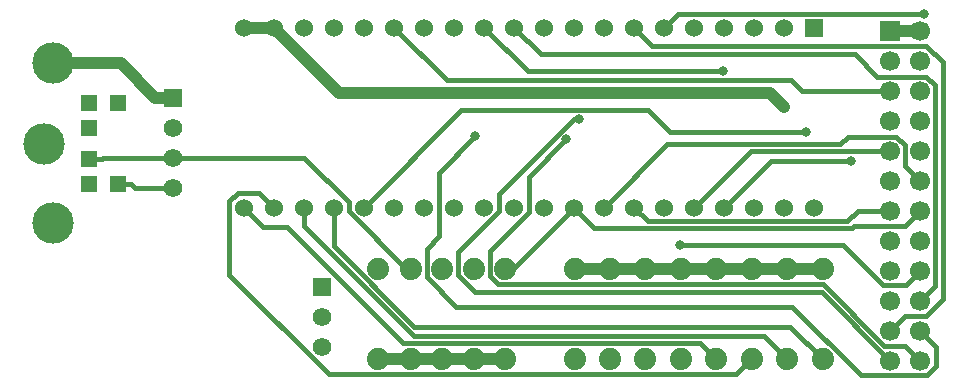
<source format=gtl>
G04 Layer: TopLayer*
G04 EasyEDA v6.5.5, 2022-07-08 19:06:44*
G04 04dbce6b86ab4aa5bbd08ae1767c2fe9,0a780afeddf54f0185a1b1f5ac8a31da,10*
G04 Gerber Generator version 0.2*
G04 Scale: 100 percent, Rotated: No, Reflected: No *
G04 Dimensions in millimeters *
G04 leading zeros omitted , absolute positions ,4 integer and 5 decimal *
%FSLAX45Y45*%
%MOMM*%

%ADD11C,0.4000*%
%ADD12C,1.0000*%
%ADD13C,0.8000*%
%ADD14C,3.5001*%
%ADD15R,1.4224X1.4224*%
%ADD16R,1.7000X1.7000*%
%ADD17C,1.7000*%
%ADD18C,1.5748*%
%ADD19R,1.5748X1.5748*%
%ADD20C,1.8796*%
%ADD21C,1.5240*%
%ADD22R,1.5240X1.5240*%

%LPD*%
D11*
X2915996Y-1699996D02*
G01*
X3740937Y-875055D01*
X5324957Y-875055D01*
X5507583Y-1057681D01*
X6662750Y-1057681D01*
X4693996Y-1699996D02*
G01*
X4174997Y-2218994D01*
X4114800Y-2218994D01*
X4693996Y-1699996D02*
G01*
X4866817Y-1872818D01*
X7049820Y-1872818D01*
X7068438Y-1854200D01*
X7499984Y-1854200D01*
X7626984Y-1727200D01*
X3857548Y-1098499D02*
G01*
X3550996Y-1405051D01*
X3550996Y-1945233D01*
X3448050Y-2048179D01*
X3448050Y-2291816D01*
X3698468Y-2542235D01*
X6543878Y-2542235D01*
X7123125Y-3121482D01*
X7680045Y-3121482D01*
X7760817Y-3040710D01*
X7760817Y-2877032D01*
X7626984Y-2743200D01*
X2407996Y-1699996D02*
G01*
X2407996Y-1853692D01*
X3342284Y-2787980D01*
X6306972Y-2787980D01*
X6499986Y-2980994D01*
X3314700Y-2218994D02*
G01*
X3276015Y-2218994D01*
X2788996Y-1731975D01*
X2788996Y-1657299D01*
X2408809Y-1277112D01*
X1299971Y-1277112D01*
X1299971Y-1277112D02*
G01*
X708583Y-1277112D01*
X697915Y-1287779D01*
X586739Y-1287779D02*
G01*
X697915Y-1287779D01*
X5709996Y-1699996D02*
G01*
X6190792Y-1219200D01*
X7372984Y-1219200D01*
X1299971Y-1531112D02*
G01*
X974267Y-1531112D01*
X941755Y-1498600D01*
X830579Y-1498600D02*
G01*
X941755Y-1498600D01*
D12*
X3035300Y-2980994D02*
G01*
X3314700Y-2980994D01*
X3848100Y-2980994D02*
G01*
X4114800Y-2980994D01*
X6799986Y-2218994D02*
G01*
X6499986Y-2218994D01*
X5899988Y-2218994D02*
G01*
X5599988Y-2218994D01*
X5599988Y-2218994D02*
G01*
X5299989Y-2218994D01*
X4699990Y-2218994D02*
G01*
X4999990Y-2218994D01*
X4999990Y-2218994D02*
G01*
X5299989Y-2218994D01*
X5899988Y-2218994D02*
G01*
X6199987Y-2218994D01*
X6199987Y-2218994D02*
G01*
X6499986Y-2218994D01*
X3314700Y-2980994D02*
G01*
X3581400Y-2980994D01*
X3581400Y-2980994D02*
G01*
X3848100Y-2980994D01*
D11*
X5201996Y-1699996D02*
G01*
X5318480Y-1816480D01*
X7008850Y-1816480D01*
X7098131Y-1727200D01*
X7372984Y-1727200D01*
X4947996Y-1699996D02*
G01*
X5483961Y-1164031D01*
X6951370Y-1164031D01*
X7016368Y-1099032D01*
X7425054Y-1099032D01*
X7499984Y-1173962D01*
X7499984Y-1346200D01*
X7626984Y-1473200D01*
X2153996Y-1699996D02*
G01*
X2030577Y-1576578D01*
X1847214Y-1576578D01*
X1776907Y-1646885D01*
X1776907Y-2271903D01*
X2617977Y-3112973D01*
X6068009Y-3112973D01*
X6199987Y-2980994D01*
X5201996Y-175996D02*
G01*
X5356097Y-330098D01*
X7678674Y-330098D01*
X7820583Y-472008D01*
X7820583Y-2471445D01*
X7675956Y-2616072D01*
X7500111Y-2616072D01*
X7372984Y-2743200D01*
X6799986Y-2980994D02*
G01*
X6526936Y-2707944D01*
X3340252Y-2707944D01*
X2661996Y-2029688D01*
X2661996Y-1699996D01*
X1899996Y-1699996D02*
G01*
X2063191Y-1863191D01*
X2265349Y-1863191D01*
X3245307Y-2843148D01*
X5762142Y-2843148D01*
X5899988Y-2980994D01*
D12*
X7626984Y-203200D02*
G01*
X7372984Y-203200D01*
X1151153Y-769112D02*
G01*
X859561Y-477520D01*
X287020Y-477520D01*
X1299971Y-769112D02*
G01*
X1151153Y-769112D01*
X2153996Y-175996D02*
G01*
X1899996Y-175996D01*
X2153996Y-175996D02*
G01*
X2709341Y-731342D01*
X6350812Y-731342D01*
X6471996Y-852525D01*
D11*
X4738725Y-953211D02*
G01*
X4692040Y-953211D01*
X4058996Y-1586255D01*
X4058996Y-1730857D01*
X3714750Y-2075103D01*
X3714750Y-2274112D01*
X3856151Y-2415514D01*
X6791299Y-2415514D01*
X7372984Y-2997200D01*
X5963996Y-1699996D02*
G01*
X6362115Y-1301877D01*
X7043165Y-1301877D01*
X4185996Y-175996D02*
G01*
X4413808Y-403809D01*
X7075703Y-403809D01*
X7262952Y-591057D01*
X7676743Y-591057D01*
X7752105Y-666419D01*
X7752105Y-2364079D01*
X7626984Y-2489200D01*
X4629531Y-1121994D02*
G01*
X4312996Y-1438529D01*
X4312996Y-1734159D01*
X3981450Y-2065705D01*
X3981450Y-2277541D01*
X4052061Y-2348153D01*
X6801942Y-2348153D01*
X7323988Y-2870200D01*
X7499984Y-2870200D01*
X7626984Y-2997200D01*
X5455996Y-175996D02*
G01*
X5571718Y-60274D01*
X7661020Y-60274D01*
X3169996Y-175996D02*
G01*
X3616731Y-622731D01*
X6533692Y-622731D01*
X6622161Y-711200D01*
X7372984Y-711200D01*
X5595035Y-2020417D02*
G01*
X6972985Y-2020417D01*
X7307935Y-2355367D01*
X7506817Y-2355367D01*
X7626984Y-2235200D01*
X3931996Y-175996D02*
G01*
X4301693Y-545693D01*
X5960719Y-545693D01*
D14*
G01*
X287020Y-477520D03*
G01*
X287020Y-1833879D03*
G01*
X205739Y-1158239D03*
D15*
G01*
X586739Y-1028700D03*
G01*
X586739Y-1287779D03*
G01*
X586739Y-1498600D03*
G01*
X586739Y-817879D03*
G01*
X835660Y-817879D03*
G01*
X830579Y-1498600D03*
D16*
G01*
X7372984Y-203200D03*
D17*
G01*
X7626984Y-203200D03*
G01*
X7372984Y-457200D03*
G01*
X7626984Y-457200D03*
G01*
X7372984Y-711200D03*
G01*
X7626984Y-711200D03*
G01*
X7372984Y-965200D03*
G01*
X7626984Y-965200D03*
G01*
X7372984Y-1219200D03*
G01*
X7626984Y-1219200D03*
G01*
X7372984Y-1473200D03*
G01*
X7626984Y-1473200D03*
G01*
X7372984Y-1727200D03*
G01*
X7626984Y-1727200D03*
G01*
X7372984Y-1981200D03*
G01*
X7626984Y-1981200D03*
G01*
X7372984Y-2235200D03*
G01*
X7626984Y-2235200D03*
G01*
X7372984Y-2489200D03*
G01*
X7626984Y-2489200D03*
G01*
X7372984Y-2743200D03*
G01*
X7626984Y-2743200D03*
G01*
X7372984Y-2997200D03*
G01*
X7626984Y-2997200D03*
D18*
G01*
X2565400Y-2882900D03*
G01*
X2565400Y-2628900D03*
D19*
G01*
X2565400Y-2374900D03*
D20*
G01*
X4699990Y-2980994D03*
G01*
X4699990Y-2218994D03*
G01*
X4999990Y-2980994D03*
G01*
X4999990Y-2218994D03*
G01*
X5299989Y-2980994D03*
G01*
X5299989Y-2218994D03*
G01*
X5599988Y-2980994D03*
G01*
X5599988Y-2218994D03*
G01*
X5899988Y-2980994D03*
G01*
X5899988Y-2218994D03*
G01*
X6199987Y-2980994D03*
G01*
X6199987Y-2218994D03*
G01*
X6499986Y-2980994D03*
G01*
X6499986Y-2218994D03*
G01*
X6799986Y-2980994D03*
G01*
X6799986Y-2218994D03*
G01*
X4114800Y-2218994D03*
G01*
X4114800Y-2980994D03*
G01*
X3848100Y-2218994D03*
G01*
X3848100Y-2980994D03*
G01*
X3581400Y-2218994D03*
G01*
X3581400Y-2980994D03*
G01*
X3314700Y-2218994D03*
G01*
X3314700Y-2980994D03*
G01*
X3035300Y-2218994D03*
G01*
X3035300Y-2980994D03*
D21*
G01*
X1899996Y-1699996D03*
G01*
X2153996Y-1699996D03*
G01*
X2407996Y-1699996D03*
G01*
X2661996Y-1699996D03*
G01*
X2915996Y-1699996D03*
G01*
X3169996Y-1699996D03*
G01*
X3423996Y-1699996D03*
G01*
X3677996Y-1699996D03*
G01*
X3931996Y-1699996D03*
G01*
X4185996Y-1699996D03*
G01*
X4439996Y-1699996D03*
G01*
X4693996Y-1699996D03*
G01*
X4947996Y-1699996D03*
G01*
X5201996Y-1699996D03*
G01*
X5455996Y-1699996D03*
G01*
X5709996Y-1699996D03*
G01*
X5963996Y-1699996D03*
G01*
X6217996Y-1699996D03*
G01*
X6471996Y-1699996D03*
G01*
X6725996Y-1699996D03*
G01*
X1899996Y-175996D03*
G01*
X2153996Y-175996D03*
G01*
X2407996Y-175996D03*
G01*
X2661996Y-175996D03*
G01*
X2915996Y-175996D03*
G01*
X3169996Y-175996D03*
G01*
X3423996Y-175996D03*
G01*
X3677996Y-175996D03*
G01*
X3931996Y-175996D03*
G01*
X4185996Y-175996D03*
G01*
X4439996Y-175996D03*
G01*
X4693996Y-175996D03*
G01*
X4947996Y-175996D03*
G01*
X5201996Y-175996D03*
G01*
X5455996Y-175996D03*
G01*
X5709996Y-175996D03*
G01*
X5963996Y-175996D03*
G01*
X6217996Y-175996D03*
G01*
X6471996Y-175996D03*
D22*
G01*
X6725996Y-175996D03*
D19*
G01*
X1299971Y-769112D03*
D18*
G01*
X1299971Y-1023112D03*
G01*
X1299971Y-1277112D03*
G01*
X1299971Y-1531112D03*
D13*
G01*
X5595035Y-2020417D03*
G01*
X5960719Y-545693D03*
G01*
X7661020Y-60274D03*
G01*
X4629531Y-1121994D03*
G01*
X7043165Y-1301877D03*
G01*
X4738725Y-953211D03*
G01*
X6471996Y-852525D03*
G01*
X3857548Y-1098499D03*
G01*
X6662750Y-1057681D03*
M02*

</source>
